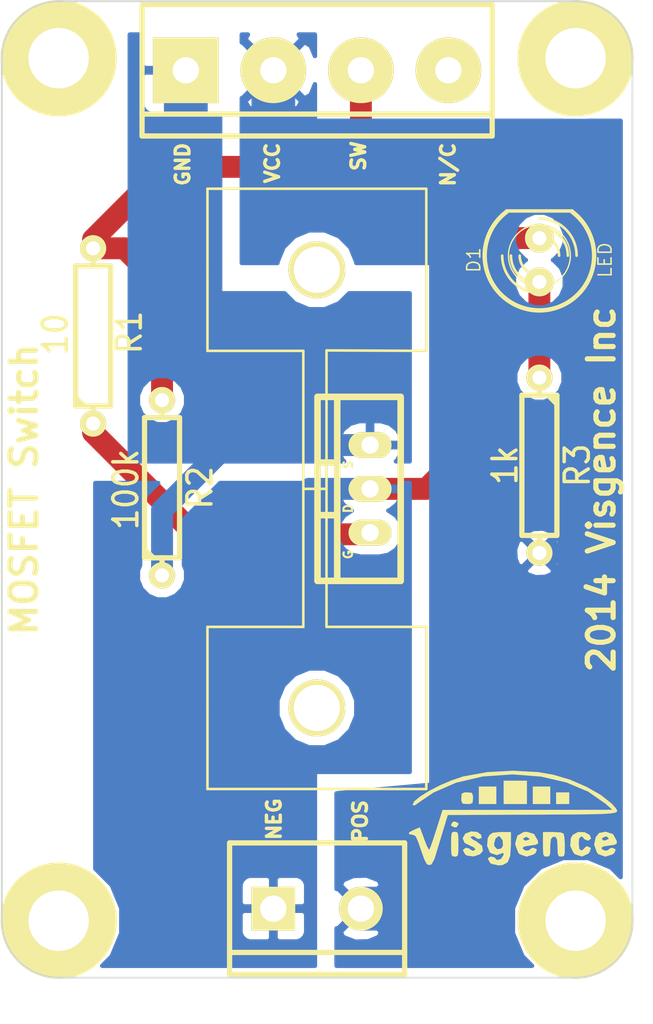
<source format=kicad_pcb>
(kicad_pcb (version 4) (host pcbnew "(2014-08-02 BZR 5044)-product")

  (general
    (links 10)
    (no_connects 0)
    (area 46.37228 41.80746 84.500001 106.000001)
    (thickness 1.6)
    (drawings 16)
    (tracks 37)
    (zones 0)
    (modules 13)
    (nets 8)
  )

  (page A4)
  (layers
    (0 F.Cu signal)
    (31 B.Cu signal)
    (32 B.Adhes user)
    (33 F.Adhes user)
    (34 B.Paste user)
    (35 F.Paste user)
    (36 B.SilkS user)
    (37 F.SilkS user)
    (38 B.Mask user)
    (39 F.Mask user)
    (40 Dwgs.User user)
    (41 Cmts.User user)
    (42 Eco1.User user)
    (43 Eco2.User user)
    (44 Edge.Cuts user)
    (45 Margin user)
    (46 B.CrtYd user)
    (47 F.CrtYd user)
    (48 B.Fab user)
    (49 F.Fab user)
  )

  (setup
    (last_trace_width 1.27)
    (user_trace_width 1.27)
    (user_trace_width 2.54)
    (trace_clearance 0.254)
    (zone_clearance 0.508)
    (zone_45_only no)
    (trace_min 0.254)
    (segment_width 0.2)
    (edge_width 0.1)
    (via_size 0.889)
    (via_drill 0.635)
    (via_min_size 0.889)
    (via_min_drill 0.508)
    (uvia_size 0.508)
    (uvia_drill 0.127)
    (uvias_allowed no)
    (uvia_min_size 0.508)
    (uvia_min_drill 0.127)
    (pcb_text_width 0.3)
    (pcb_text_size 1.5 1.5)
    (mod_edge_width 0.15)
    (mod_text_size 1 1)
    (mod_text_width 0.15)
    (pad_size 1.5 1.5)
    (pad_drill 0.6)
    (pad_to_mask_clearance 0)
    (aux_axis_origin 0 0)
    (visible_elements 7FFFFF7F)
    (pcbplotparams
      (layerselection 0x010e0_80000001)
      (usegerberextensions true)
      (excludeedgelayer false)
      (linewidth 0.100000)
      (plotframeref false)
      (viasonmask false)
      (mode 1)
      (useauxorigin false)
      (hpglpennumber 1)
      (hpglpenspeed 20)
      (hpglpendiameter 15)
      (hpglpenoverlay 2)
      (psnegative false)
      (psa4output false)
      (plotreference true)
      (plotvalue true)
      (plotinvisibletext false)
      (padsonsilk false)
      (subtractmaskfromsilk true)
      (outputformat 1)
      (mirror false)
      (drillshape 0)
      (scaleselection 1)
      (outputdirectory gerber))
  )

  (net 0 "")
  (net 1 GND)
  (net 2 VCC)
  (net 3 "Net-(P1-Pad4)")
  (net 4 "Net-(Q1-PadG)")
  (net 5 "Net-(D1-Pad1)")
  (net 6 "Net-(D1-Pad2)")
  (net 7 "Net-(P1-Pad3)")

  (net_class Default "This is the default net class."
    (clearance 0.254)
    (trace_width 1.27)
    (via_dia 0.889)
    (via_drill 0.635)
    (uvia_dia 0.508)
    (uvia_drill 0.127)
    (add_net GND)
    (add_net "Net-(D1-Pad1)")
    (add_net "Net-(D1-Pad2)")
    (add_net "Net-(P1-Pad3)")
    (add_net "Net-(P1-Pad4)")
    (add_net "Net-(Q1-PadG)")
    (add_net VCC)
  )

  (module Connect:bornier4 (layer F.Cu) (tedit 53EED71F) (tstamp 53EECE79)
    (at 65 50.7)
    (descr "Bornier d'alimentation 4 pins")
    (tags DEV)
    (path /53EECD12)
    (fp_text reference P1 (at 0 -6.35) (layer F.SilkS) hide
      (effects (font (size 2.6162 1.59766) (thickness 0.3048)))
    )
    (fp_text value CONN_4 (at 0 5.08) (layer F.SilkS) hide
      (effects (font (thickness 0.3048)))
    )
    (fp_line (start -10.16 -3.81) (end -10.16 3.81) (layer F.SilkS) (width 0.3048))
    (fp_line (start 10.16 3.81) (end 10.16 -3.81) (layer F.SilkS) (width 0.3048))
    (fp_line (start 10.16 2.54) (end -10.16 2.54) (layer F.SilkS) (width 0.3048))
    (fp_line (start -10.16 -3.81) (end 10.16 -3.81) (layer F.SilkS) (width 0.3048))
    (fp_line (start -10.16 3.81) (end 10.16 3.81) (layer F.SilkS) (width 0.3048))
    (pad 2 thru_hole circle (at -2.54 0) (size 3.81 3.81) (drill 1.524) (layers *.Cu *.Mask F.SilkS)
      (net 2 VCC))
    (pad 3 thru_hole circle (at 2.54 0) (size 3.81 3.81) (drill 1.524) (layers *.Cu *.Mask F.SilkS)
      (net 7 "Net-(P1-Pad3)"))
    (pad 1 thru_hole rect (at -7.62 0) (size 3.81 3.81) (drill 1.524) (layers *.Cu *.Mask F.SilkS)
      (net 1 GND))
    (pad 4 thru_hole circle (at 7.62 0) (size 3.81 3.81) (drill 1.524) (layers *.Cu *.Mask F.SilkS)
      (net 3 "Net-(P1-Pad4)"))
    (model Device/bornier_4.wrl
      (at (xyz 0 0 0))
      (scale (xyz 1 1 1))
      (rotate (xyz 0 0 0))
    )
  )

  (module Transistors_TO-220:TO-220_FET-GDS_Vertical (layer F.Cu) (tedit 53EED74F) (tstamp 53EECE8D)
    (at 68.072 74.9665 90)
    (descr "TO-220, FET-GDS, Vertical,")
    (tags "TO-220, FET-GDS, Vertical,")
    (path /53EECCD0)
    (fp_text reference Q1 (at 0 -5.08 90) (layer F.SilkS) hide
      (effects (font (thickness 0.3048)))
    )
    (fp_text value MOSFET_N (at 0 3.81 90) (layer F.SilkS) hide
      (effects (font (thickness 0.3048)))
    )
    (fp_text user S (at 1.397 -1.27 90) (layer F.SilkS)
      (effects (font (size 0.50038 0.50038) (thickness 0.12446)))
    )
    (fp_text user D (at -1.143 -1.27 90) (layer F.SilkS)
      (effects (font (size 0.50038 0.50038) (thickness 0.12446)))
    )
    (fp_text user G (at -3.81 -1.27 90) (layer F.SilkS)
      (effects (font (size 0.50038 0.50038) (thickness 0.12446)))
    )
    (fp_line (start -1.524 -3.048) (end -1.524 -1.905) (layer F.SilkS) (width 0.381))
    (fp_line (start 1.524 -3.048) (end 1.524 -1.905) (layer F.SilkS) (width 0.381))
    (fp_line (start 5.334 -1.905) (end 5.334 1.778) (layer F.SilkS) (width 0.381))
    (fp_line (start 5.334 1.778) (end -5.334 1.778) (layer F.SilkS) (width 0.381))
    (fp_line (start -5.334 1.778) (end -5.334 -1.905) (layer F.SilkS) (width 0.381))
    (fp_line (start 5.334 -3.048) (end 5.334 -1.905) (layer F.SilkS) (width 0.381))
    (fp_line (start 5.334 -1.905) (end -5.334 -1.905) (layer F.SilkS) (width 0.381))
    (fp_line (start -5.334 -1.905) (end -5.334 -3.048) (layer F.SilkS) (width 0.381))
    (fp_line (start 0 -3.048) (end -5.334 -3.048) (layer F.SilkS) (width 0.381))
    (fp_line (start 0 -3.048) (end 5.334 -3.048) (layer F.SilkS) (width 0.381))
    (pad D thru_hole oval (at 0 0 180) (size 2.49936 1.50114) (drill 1.00076) (layers *.Cu *.Mask F.SilkS)
      (net 6 "Net-(D1-Pad2)"))
    (pad G thru_hole oval (at -2.54 0 180) (size 2.49936 1.50114) (drill 1.00076) (layers *.Cu *.Mask F.SilkS)
      (net 4 "Net-(Q1-PadG)"))
    (pad S thru_hole oval (at 2.54 0 180) (size 2.49936 1.50114) (drill 1.00076) (layers *.Cu *.Mask F.SilkS)
      (net 1 GND))
    (model Transistor_TO-220_Wings3d_RevB_03Sep2012/TO220-vert_RevB_Faktor03937_03Sep2012.wrl
      (at (xyz 0 0 0))
      (scale (xyz 0.3937000036239624 0.3937000036239624 0.3937000036239624))
      (rotate (xyz 0 0 0))
    )
  )

  (module visgence_parts:1pin_C (layer F.Cu) (tedit 531FE69D) (tstamp 53EED27A)
    (at 50 50)
    (descr "module 1 pin (ou trou mecanique de percage)")
    (tags DEV)
    (path 1pin)
    (fp_text reference h? (at 0 -3.048) (layer F.SilkS) hide
      (effects (font (size 1.016 1.016) (thickness 0.254)))
    )
    (fp_text value pin (at 0 2.794) (layer F.SilkS) hide
      (effects (font (size 1.016 1.016) (thickness 0.254)))
    )
    (fp_circle (center 0 0) (end 3.175 0.2286) (layer F.SilkS) (width 0.381))
    (pad 1 thru_hole circle (at 0 0) (size 6 6) (drill 3.5) (layers *.Cu *.Mask F.SilkS))
  )

  (module visgence_parts:1pin_C (layer F.Cu) (tedit 531FE69D) (tstamp 53EED285)
    (at 80 50)
    (descr "module 1 pin (ou trou mecanique de percage)")
    (tags DEV)
    (path 1pin)
    (fp_text reference h? (at 0 -3.048) (layer F.SilkS) hide
      (effects (font (size 1.016 1.016) (thickness 0.254)))
    )
    (fp_text value pin (at 0 2.794) (layer F.SilkS) hide
      (effects (font (size 1.016 1.016) (thickness 0.254)))
    )
    (fp_circle (center 0 0) (end 3.175 0.2286) (layer F.SilkS) (width 0.381))
    (pad 1 thru_hole circle (at 0 0) (size 6 6) (drill 3.5) (layers *.Cu *.Mask F.SilkS))
  )

  (module visgence_parts:1pin_C (layer F.Cu) (tedit 531FE69D) (tstamp 53EED290)
    (at 50 100)
    (descr "module 1 pin (ou trou mecanique de percage)")
    (tags DEV)
    (path 1pin)
    (fp_text reference h? (at 0 -3.048) (layer F.SilkS) hide
      (effects (font (size 1.016 1.016) (thickness 0.254)))
    )
    (fp_text value pin (at 0 2.794) (layer F.SilkS) hide
      (effects (font (size 1.016 1.016) (thickness 0.254)))
    )
    (fp_circle (center 0 0) (end 3.175 0.2286) (layer F.SilkS) (width 0.381))
    (pad 1 thru_hole circle (at 0 0) (size 6 6) (drill 3.5) (layers *.Cu *.Mask F.SilkS))
  )

  (module visgence_parts:1pin_C (layer F.Cu) (tedit 531FE69D) (tstamp 53EED29B)
    (at 80 100)
    (descr "module 1 pin (ou trou mecanique de percage)")
    (tags DEV)
    (path 1pin)
    (fp_text reference h? (at 0 -3.048) (layer F.SilkS) hide
      (effects (font (size 1.016 1.016) (thickness 0.254)))
    )
    (fp_text value pin (at 0 2.794) (layer F.SilkS) hide
      (effects (font (size 1.016 1.016) (thickness 0.254)))
    )
    (fp_circle (center 0 0) (end 3.175 0.2286) (layer F.SilkS) (width 0.381))
    (pad 1 thru_hole circle (at 0 0) (size 6 6) (drill 3.5) (layers *.Cu *.Mask F.SilkS))
  )

  (module visgence_parts:EV-T220 (layer F.Cu) (tedit 53EEDC85) (tstamp 53EED5A3)
    (at 64.1985 74.9665 270)
    (fp_text reference EV-T220 (at 0.0762 -2.6924 270) (layer F.SilkS) hide
      (effects (font (size 1 1) (thickness 0.15)))
    )
    (fp_text value VAL** (at 0.3048 1.397 270) (layer F.SilkS) hide
      (effects (font (size 1 1) (thickness 0.15)))
    )
    (fp_line (start 0 0) (end 0 -1.3462) (layer F.SilkS) (width 0.15))
    (fp_line (start -12.7 5.5626) (end -17.399 5.5626) (layer F.SilkS) (width 0.15))
    (fp_line (start -17.399 5.5626) (end -17.399 -7.1374) (layer F.SilkS) (width 0.15))
    (fp_line (start -17.399 -7.1374) (end -12.7 -7.1374) (layer F.SilkS) (width 0.15))
    (fp_line (start 12.7 5.5626) (end 17.399 5.5626) (layer F.SilkS) (width 0.15))
    (fp_line (start 17.399 5.5626) (end 17.399 -7.1374) (layer F.SilkS) (width 0.15))
    (fp_line (start 17.399 -7.1374) (end 12.7 -7.1374) (layer F.SilkS) (width 0.15))
    (fp_line (start 12.7 -7.1374) (end 8.001 -7.1374) (layer F.SilkS) (width 0.15))
    (fp_line (start 8.001 -7.1374) (end 8.001 -1.3462) (layer F.SilkS) (width 0.15))
    (fp_line (start -12.7 -7.1374) (end -8.001 -7.1374) (layer F.SilkS) (width 0.15))
    (fp_line (start -8.001 -7.1374) (end -8.0264 -1.3462) (layer F.SilkS) (width 0.15))
    (fp_line (start -8.0264 -1.3462) (end 8.001 -1.3462) (layer F.SilkS) (width 0.15))
    (fp_line (start 12.7 5.5626) (end 8.001 5.5626) (layer F.SilkS) (width 0.15))
    (fp_line (start 8.001 5.5626) (end 8.001 0) (layer F.SilkS) (width 0.15))
    (fp_line (start -12.7 5.5626) (end -8.001 5.5626) (layer F.SilkS) (width 0.15))
    (fp_line (start -8.001 5.5626) (end -8.001 0) (layer F.SilkS) (width 0.15))
    (fp_line (start 0 0) (end -8.001 0) (layer F.SilkS) (width 0.15))
    (fp_line (start 0 0) (end 8.001 0) (layer F.SilkS) (width 0.15))
    (pad "" thru_hole circle (at -12.7 -0.7874 270) (size 3.302 3.302) (drill 2.667) (layers *.Cu *.Mask F.SilkS))
    (pad "" thru_hole circle (at 12.7 -0.7874 270) (size 3.302 3.302) (drill 2.667) (layers *.Cu *.Mask F.SilkS))
  )

  (module LEDs:LED-5MM (layer F.Cu) (tedit 53EED5B3) (tstamp 53EED71C)
    (at 77.9 61.7 90)
    (descr "LED 5mm - Lead pitch 100mil (2,54mm)")
    (tags "LED led 5mm 5MM 100mil 2,54mm")
    (path /53EED762)
    (fp_text reference D1 (at 0 -3.81 90) (layer F.SilkS)
      (effects (font (size 0.762 0.762) (thickness 0.0889)))
    )
    (fp_text value LED (at 0 3.81 90) (layer F.SilkS)
      (effects (font (size 0.762 0.762) (thickness 0.0889)))
    )
    (fp_line (start 2.8448 1.905) (end 2.8448 -1.905) (layer F.SilkS) (width 0.2032))
    (fp_circle (center 0.254 0) (end -1.016 1.27) (layer F.SilkS) (width 0.0762))
    (fp_arc (start 0.254 0) (end 2.794 1.905) (angle 286.2) (layer F.SilkS) (width 0.254))
    (fp_arc (start 0.254 0) (end -0.889 0) (angle 90) (layer F.SilkS) (width 0.1524))
    (fp_arc (start 0.254 0) (end 1.397 0) (angle 90) (layer F.SilkS) (width 0.1524))
    (fp_arc (start 0.254 0) (end -1.397 0) (angle 90) (layer F.SilkS) (width 0.1524))
    (fp_arc (start 0.254 0) (end 1.905 0) (angle 90) (layer F.SilkS) (width 0.1524))
    (fp_arc (start 0.254 0) (end -1.905 0) (angle 90) (layer F.SilkS) (width 0.1524))
    (fp_arc (start 0.254 0) (end 2.413 0) (angle 90) (layer F.SilkS) (width 0.1524))
    (pad 1 thru_hole circle (at -1.27 0 90) (size 1.6764 1.6764) (drill 0.8128) (layers *.Cu *.Mask F.SilkS)
      (net 5 "Net-(D1-Pad1)"))
    (pad 2 thru_hole circle (at 1.27 0 90) (size 1.6764 1.6764) (drill 0.8128) (layers *.Cu *.Mask F.SilkS)
      (net 6 "Net-(D1-Pad2)"))
    (model discret/leds/led5_vertical_verde.wrl
      (at (xyz 0 0 0))
      (scale (xyz 1 1 1))
      (rotate (xyz 0 0 0))
    )
  )

  (module Connect:bornier2 (layer F.Cu) (tedit 53EED68B) (tstamp 53EED727)
    (at 65 99.3)
    (descr "Bornier d'alimentation 2 pins")
    (tags DEV)
    (path /53EED56C)
    (fp_text reference P2 (at 0 -5.08) (layer F.SilkS) hide
      (effects (font (thickness 0.3048)))
    )
    (fp_text value CONN_2 (at 0 5.08) (layer F.SilkS) hide
      (effects (font (thickness 0.3048)))
    )
    (fp_line (start 5.08 2.54) (end -5.08 2.54) (layer F.SilkS) (width 0.3048))
    (fp_line (start 5.08 3.81) (end 5.08 -3.81) (layer F.SilkS) (width 0.3048))
    (fp_line (start 5.08 -3.81) (end -5.08 -3.81) (layer F.SilkS) (width 0.3048))
    (fp_line (start -5.08 -3.81) (end -5.08 3.81) (layer F.SilkS) (width 0.3048))
    (fp_line (start -5.08 3.81) (end 5.08 3.81) (layer F.SilkS) (width 0.3048))
    (pad 1 thru_hole rect (at -2.54 0) (size 2.54 2.54) (drill 1.524) (layers *.Cu *.Mask F.SilkS)
      (net 6 "Net-(D1-Pad2)"))
    (pad 2 thru_hole circle (at 2.54 0) (size 2.54 2.54) (drill 1.524) (layers *.Cu *.Mask F.SilkS)
      (net 2 VCC))
    (model Device/bornier_2.wrl
      (at (xyz 0 0 0))
      (scale (xyz 1 1 1))
      (rotate (xyz 0 0 0))
    )
  )

  (module Discret:R4 (layer F.Cu) (tedit 53EED6B1) (tstamp 53EED735)
    (at 52 66.1 90)
    (descr "Resitance 4 pas")
    (tags R)
    (path /53EED2A7)
    (autoplace_cost180 10)
    (fp_text reference R1 (at 0.2 2.1 90) (layer F.SilkS)
      (effects (font (size 1.397 1.27) (thickness 0.2032)))
    )
    (fp_text value 10 (at 0.1 -2.2 90) (layer F.SilkS)
      (effects (font (size 1.397 1.27) (thickness 0.2032)))
    )
    (fp_line (start -5.08 0) (end -4.064 0) (layer F.SilkS) (width 0.3048))
    (fp_line (start -4.064 0) (end -4.064 -1.016) (layer F.SilkS) (width 0.3048))
    (fp_line (start -4.064 -1.016) (end 4.064 -1.016) (layer F.SilkS) (width 0.3048))
    (fp_line (start 4.064 -1.016) (end 4.064 1.016) (layer F.SilkS) (width 0.3048))
    (fp_line (start 4.064 1.016) (end -4.064 1.016) (layer F.SilkS) (width 0.3048))
    (fp_line (start -4.064 1.016) (end -4.064 0) (layer F.SilkS) (width 0.3048))
    (fp_line (start -4.064 -0.508) (end -3.556 -1.016) (layer F.SilkS) (width 0.3048))
    (fp_line (start 5.08 0) (end 4.064 0) (layer F.SilkS) (width 0.3048))
    (pad 1 thru_hole circle (at -5.08 0 90) (size 1.524 1.524) (drill 0.8128) (layers *.Cu *.Mask F.SilkS)
      (net 4 "Net-(Q1-PadG)"))
    (pad 2 thru_hole circle (at 5.08 0 90) (size 1.524 1.524) (drill 0.8128) (layers *.Cu *.Mask F.SilkS)
      (net 7 "Net-(P1-Pad3)"))
    (model discret/resistor.wrl
      (at (xyz 0 0 0))
      (scale (xyz 0.4000000059604645 0.4000000059604645 0.4000000059604645))
      (rotate (xyz 0 0 0))
    )
  )

  (module Discret:R4 (layer F.Cu) (tedit 53EED6A9) (tstamp 53EED743)
    (at 56 74.9 90)
    (descr "Resitance 4 pas")
    (tags R)
    (path /53EED486)
    (autoplace_cost180 10)
    (fp_text reference R2 (at 0 2.2 90) (layer F.SilkS)
      (effects (font (size 1.397 1.27) (thickness 0.2032)))
    )
    (fp_text value 100k (at -0.1 -2.1 90) (layer F.SilkS)
      (effects (font (size 1.397 1.27) (thickness 0.2032)))
    )
    (fp_line (start -5.08 0) (end -4.064 0) (layer F.SilkS) (width 0.3048))
    (fp_line (start -4.064 0) (end -4.064 -1.016) (layer F.SilkS) (width 0.3048))
    (fp_line (start -4.064 -1.016) (end 4.064 -1.016) (layer F.SilkS) (width 0.3048))
    (fp_line (start 4.064 -1.016) (end 4.064 1.016) (layer F.SilkS) (width 0.3048))
    (fp_line (start 4.064 1.016) (end -4.064 1.016) (layer F.SilkS) (width 0.3048))
    (fp_line (start -4.064 1.016) (end -4.064 0) (layer F.SilkS) (width 0.3048))
    (fp_line (start -4.064 -0.508) (end -3.556 -1.016) (layer F.SilkS) (width 0.3048))
    (fp_line (start 5.08 0) (end 4.064 0) (layer F.SilkS) (width 0.3048))
    (pad 1 thru_hole circle (at -5.08 0 90) (size 1.524 1.524) (drill 0.8128) (layers *.Cu *.Mask F.SilkS)
      (net 1 GND))
    (pad 2 thru_hole circle (at 5.08 0 90) (size 1.524 1.524) (drill 0.8128) (layers *.Cu *.Mask F.SilkS)
      (net 7 "Net-(P1-Pad3)"))
    (model discret/resistor.wrl
      (at (xyz 0 0 0))
      (scale (xyz 0.4000000059604645 0.4000000059604645 0.4000000059604645))
      (rotate (xyz 0 0 0))
    )
  )

  (module Discret:R4 (layer F.Cu) (tedit 53EED730) (tstamp 53EED751)
    (at 77.9 73.6 270)
    (descr "Resitance 4 pas")
    (tags R)
    (path /53EED6C2)
    (autoplace_cost180 10)
    (fp_text reference R3 (at 0 -2.2 270) (layer F.SilkS)
      (effects (font (size 1.397 1.27) (thickness 0.2032)))
    )
    (fp_text value 1k (at 0 2 270) (layer F.SilkS)
      (effects (font (size 1.397 1.27) (thickness 0.2032)))
    )
    (fp_line (start -5.08 0) (end -4.064 0) (layer F.SilkS) (width 0.3048))
    (fp_line (start -4.064 0) (end -4.064 -1.016) (layer F.SilkS) (width 0.3048))
    (fp_line (start -4.064 -1.016) (end 4.064 -1.016) (layer F.SilkS) (width 0.3048))
    (fp_line (start 4.064 -1.016) (end 4.064 1.016) (layer F.SilkS) (width 0.3048))
    (fp_line (start 4.064 1.016) (end -4.064 1.016) (layer F.SilkS) (width 0.3048))
    (fp_line (start -4.064 1.016) (end -4.064 0) (layer F.SilkS) (width 0.3048))
    (fp_line (start -4.064 -0.508) (end -3.556 -1.016) (layer F.SilkS) (width 0.3048))
    (fp_line (start 5.08 0) (end 4.064 0) (layer F.SilkS) (width 0.3048))
    (pad 1 thru_hole circle (at -5.08 0 270) (size 1.524 1.524) (drill 0.8128) (layers *.Cu *.Mask F.SilkS)
      (net 5 "Net-(D1-Pad1)"))
    (pad 2 thru_hole circle (at 5.08 0 270) (size 1.524 1.524) (drill 0.8128) (layers *.Cu *.Mask F.SilkS)
      (net 2 VCC))
    (model discret/resistor.wrl
      (at (xyz 0 0 0))
      (scale (xyz 0.4000000059604645 0.4000000059604645 0.4000000059604645))
      (rotate (xyz 0 0 0))
    )
  )

  (module visgence_parts:LOGO (layer F.Cu) (tedit 516D6A74) (tstamp 53EEDF2F)
    (at 76.5 94)
    (fp_text reference G*** (at 0 3.63982) (layer F.SilkS) hide
      (effects (font (thickness 0.3048)))
    )
    (fp_text value LOGO (at 0 -3.63982) (layer F.SilkS) hide
      (effects (font (thickness 0.3048)))
    )
    (fp_poly (pts (xy -4.96824 2.77622) (xy -4.8514 2.72288) (xy -4.6863 2.41046) (xy -4.59486 2.11328)
      (xy -3.91668 -0.127) (xy 1.0033 -0.14732) (xy 2.46126 -0.15494) (xy 3.60934 -0.16002)
      (xy 4.4831 -0.17272) (xy 5.1181 -0.1905) (xy 5.54482 -0.22098) (xy 5.79628 -0.26416)
      (xy 5.9055 -0.32766) (xy 5.9055 -0.41402) (xy 5.8293 -0.52578) (xy 5.70738 -0.66802)
      (xy 5.59054 -0.79502) (xy 4.9657 -1.28778) (xy 4.13004 -1.76276) (xy 3.18262 -2.1717)
      (xy 2.21488 -2.46126) (xy 1.31826 -2.61366) (xy -0.1397 -2.69494) (xy -1.63068 -2.61366)
      (xy -2.99212 -2.36728) (xy -3.04038 -2.35458) (xy -3.69316 -2.13614) (xy -4.37134 -1.84658)
      (xy -5.0038 -1.52146) (xy -5.5245 -1.19888) (xy -5.86486 -0.91948) (xy -5.9563 -0.71882)
      (xy -5.94614 -0.6985) (xy -5.83184 -0.6858) (xy -5.55752 -0.88138) (xy -4.74726 -1.43002)
      (xy -3.42392 -2.00406) (xy -1.89992 -2.35966) (xy -0.21082 -2.47904) (xy -0.10668 -2.47904)
      (xy 1.4986 -2.35458) (xy 2.96164 -2.01676) (xy 4.2291 -1.48336) (xy 5.25272 -0.76962)
      (xy 5.62864 -0.42926) (xy -4.22148 -0.42164) (xy -4.58216 0.72136) (xy -4.76504 1.28524)
      (xy -4.90982 1.7018) (xy -4.98856 1.88468) (xy -5.01396 1.87706) (xy -5.12826 1.66878)
      (xy -5.28574 1.27) (xy -5.3467 1.09474) (xy -5.48132 0.73406) (xy -5.54482 0.59182)
      (xy -5.6388 0.62738) (xy -5.92328 0.75184) (xy -6.16204 0.88138) (xy -6.16712 0.98044)
      (xy -5.91312 1.0287) (xy -5.77596 1.10744) (xy -5.6261 1.45542) (xy -5.4991 1.82626)
      (xy -5.31368 2.35204) (xy -5.26034 2.4892) (xy -5.12318 2.73558) (xy -4.96824 2.77622)) (layer F.SilkS) (width 0.00254))
    (fp_poly (pts (xy -0.9652 2.794) (xy -0.7366 2.77368) (xy -0.4445 2.6162) (xy -0.29464 2.24536)
      (xy -0.25146 1.60528) (xy -0.25146 0.8636) (xy -0.79502 0.86106) (xy -0.9652 0.8636)
      (xy -1.30302 0.90424) (xy -1.49352 1.0287) (xy -1.6002 1.22174) (xy -1.63576 1.65354)
      (xy -1.4859 2.02438) (xy -1.41478 2.08788) (xy -1.07696 2.1971) (xy -1.0414 2.1844)
      (xy -1.0414 1.85928) (xy -1.21158 1.68402) (xy -1.22682 1.5367) (xy -1.14808 1.23952)
      (xy -0.9779 1.09982) (xy -0.89916 1.12014) (xy -0.73406 1.34112) (xy -0.71374 1.65862)
      (xy -0.8128 1.81356) (xy -1.0414 1.85928) (xy -1.0414 2.1844) (xy -0.77724 2.09804)
      (xy -0.72644 2.05486) (xy -0.67564 2.1336) (xy -0.68326 2.1971) (xy -0.8382 2.4257)
      (xy -1.05918 2.48412) (xy -1.06172 2.48158) (xy -1.18364 2.35966) (xy -1.19888 2.33426)
      (xy -1.39446 2.28346) (xy -1.43764 2.286) (xy -1.6002 2.39014) (xy -1.46812 2.63906)
      (xy -1.39446 2.70002) (xy -0.9652 2.794)) (layer F.SilkS) (width 0.00254))
    (fp_poly (pts (xy -3.51282 2.28346) (xy -3.43154 2.28092) (xy -3.3401 2.2225) (xy -3.30708 2.01676)
      (xy -3.29946 1.56464) (xy -3.302 1.29032) (xy -3.31978 0.98044) (xy -3.38074 0.8636)
      (xy -3.51282 0.84582) (xy -3.5941 0.84836) (xy -3.68554 0.90678) (xy -3.71856 1.11506)
      (xy -3.72364 1.56464) (xy -3.72364 1.83896) (xy -3.70586 2.14884) (xy -3.6449 2.26568)
      (xy -3.51282 2.28346)) (layer F.SilkS) (width 0.00254))
    (fp_poly (pts (xy -2.42316 2.27584) (xy -2.0447 2.14884) (xy -1.8796 1.95072) (xy -1.92532 1.65862)
      (xy -2.26314 1.397) (xy -2.47142 1.29032) (xy -2.6162 1.15062) (xy -2.45364 1.09982)
      (xy -2.41554 1.10236) (xy -2.28346 1.18364) (xy -2.28092 1.20396) (xy -2.11582 1.26746)
      (xy -1.95326 1.19888) (xy -1.9812 1.01854) (xy -2.20726 0.85598) (xy -2.5654 0.82296)
      (xy -2.90322 0.95504) (xy -3.04546 1.21158) (xy -3.04546 1.2446) (xy -2.93878 1.49352)
      (xy -2.58572 1.6637) (xy -2.41046 1.74498) (xy -2.30378 1.8796) (xy -2.44602 1.94564)
      (xy -2.49174 1.9431) (xy -2.62382 1.86182) (xy -2.63906 1.83134) (xy -2.83464 1.77546)
      (xy -2.89306 1.78054) (xy -3.04292 1.90754) (xy -2.91338 2.15138) (xy -2.80416 2.22504)
      (xy -2.42316 2.27584)) (layer F.SilkS) (width 0.00254))
    (fp_poly (pts (xy 0.65532 2.286) (xy 1.0795 2.15392) (xy 1.18364 2.06502) (xy 1.2573 1.86436)
      (xy 1.05664 1.77546) (xy 0.98044 1.78308) (xy 0.84582 1.86182) (xy 0.81788 1.91008)
      (xy 0.63246 1.94056) (xy 0.45974 1.85674) (xy 0.4318 1.76784) (xy 0.54864 1.69164)
      (xy 0.635 1.67894) (xy 0.635 1.35382) (xy 0.5461 1.3462) (xy 0.4445 1.24714)
      (xy 0.44958 1.23444) (xy 0.635 1.14046) (xy 0.65532 1.143) (xy 0.8255 1.24714)
      (xy 0.8255 1.29032) (xy 0.635 1.35382) (xy 0.635 1.67894) (xy 0.92456 1.63576)
      (xy 1.17856 1.6002) (xy 1.32334 1.52654) (xy 1.31064 1.36144) (xy 1.31064 1.36144)
      (xy 1.08712 0.97028) (xy 0.66294 0.84582) (xy 0.49022 0.85852) (xy 0.12446 1.0668)
      (xy 0 1.5113) (xy 0.00508 1.61544) (xy 0.17526 2.06248) (xy 0.26162 2.14884)
      (xy 0.65532 2.286)) (layer F.SilkS) (width 0.00254))
    (fp_poly (pts (xy 2.667 2.28346) (xy 2.7051 2.28346) (xy 2.82448 2.2479) (xy 2.8702 2.07772)
      (xy 2.87528 1.67132) (xy 2.87528 1.59258) (xy 2.85242 1.17602) (xy 2.80924 0.95504)
      (xy 2.63398 0.88392) (xy 2.17678 0.85598) (xy 1.60782 0.86106) (xy 1.60782 1.57226)
      (xy 1.60782 1.83642) (xy 1.6256 2.14884) (xy 1.68656 2.26568) (xy 1.81864 2.28346)
      (xy 1.96342 2.2606) (xy 2.02184 2.11582) (xy 2.032 1.74244) (xy 2.032 1.62052)
      (xy 2.06502 1.27762) (xy 2.16662 1.15062) (xy 2.32664 1.1303) (xy 2.42824 1.30048)
      (xy 2.45364 1.7399) (xy 2.4638 2.11328) (xy 2.51968 2.2606) (xy 2.667 2.28346)) (layer F.SilkS) (width 0.00254))
    (fp_poly (pts (xy 3.86334 2.28092) (xy 4.23164 2.11582) (xy 4.31546 2.0193) (xy 4.38912 1.78562)
      (xy 4.191 1.69164) (xy 4.11988 1.69672) (xy 3.97764 1.82626) (xy 3.9751 1.84912)
      (xy 3.83032 1.9304) (xy 3.71602 1.83642) (xy 3.683 1.52146) (xy 3.7084 1.22682)
      (xy 3.83032 1.11506) (xy 3.85826 1.11252) (xy 3.97764 1.2192) (xy 3.98526 1.26238)
      (xy 4.191 1.35382) (xy 4.25958 1.34874) (xy 4.40182 1.2319) (xy 4.31546 1.02616)
      (xy 4.02082 0.86868) (xy 3.64744 0.85852) (xy 3.33756 1.02108) (xy 3.22326 1.21666)
      (xy 3.19024 1.6637) (xy 3.38074 2.06756) (xy 3.46964 2.14884) (xy 3.86334 2.28092)) (layer F.SilkS) (width 0.00254))
    (fp_poly (pts (xy 5.22732 2.286) (xy 5.6515 2.15392) (xy 5.75564 2.06502) (xy 5.8293 1.86436)
      (xy 5.62864 1.77546) (xy 5.55244 1.78308) (xy 5.41782 1.86182) (xy 5.38988 1.91008)
      (xy 5.20446 1.94056) (xy 5.03174 1.85674) (xy 5.0038 1.76784) (xy 5.12064 1.69164)
      (xy 5.19938 1.68148) (xy 5.19938 1.35382) (xy 5.07238 1.33096) (xy 5.0292 1.21666)
      (xy 5.2324 1.11506) (xy 5.28828 1.10998) (xy 5.41782 1.2192) (xy 5.4102 1.26492)
      (xy 5.19938 1.35382) (xy 5.19938 1.68148) (xy 5.49656 1.63576) (xy 5.75056 1.6002)
      (xy 5.89534 1.52654) (xy 5.88264 1.36144) (xy 5.66928 0.9779) (xy 5.25526 0.84582)
      (xy 5.1943 0.84836) (xy 4.8641 0.9144) (xy 4.66852 1.15824) (xy 4.57708 1.6002)
      (xy 4.74726 2.06248) (xy 4.83362 2.14884) (xy 5.22732 2.286)) (layer F.SilkS) (width 0.00254))
    (fp_poly (pts (xy -3.51282 0.59182) (xy -3.4036 0.57912) (xy -3.29946 0.42164) (xy -3.3147 0.33528)
      (xy -3.51282 0.25146) (xy -3.6195 0.26416) (xy -3.72364 0.42164) (xy -3.71094 0.508)
      (xy -3.51282 0.59182)) (layer F.SilkS) (width 0.00254))
    (fp_poly (pts (xy -2.79146 -0.762) (xy -2.63906 -0.762) (xy -2.4765 -0.83058) (xy -2.45364 -1.09982)
      (xy -2.45618 -1.25476) (xy -2.52476 -1.41478) (xy -2.79146 -1.43764) (xy -2.9464 -1.4351)
      (xy -3.10896 -1.36906) (xy -3.13182 -1.09982) (xy -3.12928 -0.94488) (xy -3.0607 -0.78486)
      (xy -2.79146 -0.762)) (layer F.SilkS) (width 0.00254))
    (fp_poly (pts (xy -1.09982 -0.762) (xy -1.09982 -1.778) (xy -2.11582 -1.778) (xy -2.11582 -0.762)
      (xy -1.09982 -0.762)) (layer F.SilkS) (width 0.00254))
    (fp_poly (pts (xy 0.67564 -0.762) (xy 0.67564 -2.11582) (xy -0.67564 -2.11582) (xy -0.67564 -0.762)
      (xy 0.67564 -0.762)) (layer F.SilkS) (width 0.00254))
    (fp_poly (pts (xy 2.032 -0.762) (xy 2.032 -1.778) (xy 1.016 -1.778) (xy 1.016 -0.762)
      (xy 2.032 -0.762)) (layer F.SilkS) (width 0.00254))
    (fp_poly (pts (xy 3.13182 -0.762) (xy 3.13182 -1.43764) (xy 2.36982 -1.43764) (xy 2.36982 -0.762)
      (xy 3.13182 -0.762)) (layer F.SilkS) (width 0.00254))
  )

  (gr_text "2014 Visgence Inc" (at 81.5 75 90) (layer F.SilkS)
    (effects (font (size 1.5 1.5) (thickness 0.3)))
  )
  (gr_text "MOSFET Switch" (at 48 75 90) (layer F.SilkS)
    (effects (font (size 1.5 1.5) (thickness 0.3)))
  )
  (gr_text POS (at 67.5 92.9 90) (layer F.SilkS)
    (effects (font (size 0.8 0.8) (thickness 0.2)) (justify right))
  )
  (gr_text NEG (at 62.5 92.8 90) (layer F.SilkS)
    (effects (font (size 0.8 0.8) (thickness 0.2)) (justify right))
  )
  (gr_text N/C (at 72.6 54.8 90) (layer F.SilkS)
    (effects (font (size 0.8 0.8) (thickness 0.2)) (justify right))
  )
  (gr_text SW (at 67.4 54.7 90) (layer F.SilkS)
    (effects (font (size 0.8 0.8) (thickness 0.2)) (justify right))
  )
  (gr_text VCC (at 62.4 54.8 90) (layer F.SilkS)
    (effects (font (size 0.8 0.8) (thickness 0.2)) (justify right))
  )
  (gr_text GND (at 57.2 54.8 90) (layer F.SilkS)
    (effects (font (size 0.8 0.8) (thickness 0.2)) (justify right))
  )
  (gr_line (start 80 103.3) (end 50 103.3) (angle 90) (layer Edge.Cuts) (width 0.1))
  (gr_line (start 83.3 50) (end 83.3 100) (angle 90) (layer Edge.Cuts) (width 0.1))
  (gr_line (start 50 46.7) (end 80 46.7) (angle 90) (layer Edge.Cuts) (width 0.1))
  (gr_line (start 46.7 100) (end 46.7 50) (angle 90) (layer Edge.Cuts) (width 0.1))
  (gr_arc (start 50 100) (end 50 103.3) (angle 90) (layer Edge.Cuts) (width 0.1))
  (gr_arc (start 80 100) (end 83.3 100) (angle 90) (layer Edge.Cuts) (width 0.1))
  (gr_arc (start 80 50) (end 80 46.7) (angle 90) (layer Edge.Cuts) (width 0.1))
  (gr_arc (start 50 50) (end 46.7 50) (angle 90) (layer Edge.Cuts) (width 0.1))

  (segment (start 56 79.98) (end 56 76.2) (width 1.27) (layer B.Cu) (net 1))
  (segment (start 56 76.2) (end 61.6 70.6) (width 1.27) (layer B.Cu) (net 1) (tstamp 53EED9D7))
  (segment (start 68.072 72.4265) (end 63.4265 72.4265) (width 1.27) (layer B.Cu) (net 1))
  (segment (start 57.38 66.38) (end 61.6 70.6) (width 2.54) (layer B.Cu) (net 1) (tstamp 53EED9AF))
  (segment (start 61.6 70.6) (end 62.7 71.7) (width 2.54) (layer B.Cu) (net 1) (tstamp 53EED9DA))
  (segment (start 57.38 66.38) (end 57.38 50.7) (width 2.54) (layer B.Cu) (net 1))
  (segment (start 63.4265 72.4265) (end 62.7 71.7) (width 1.27) (layer B.Cu) (net 1) (tstamp 53EED9B2))
  (segment (start 77.9 78.68) (end 81.2 78.68) (width 1.27) (layer B.Cu) (net 2))
  (segment (start 81.2 78.68) (end 81.2 78.6) (width 1.27) (layer B.Cu) (net 2) (tstamp 53EED9C1))
  (segment (start 62.46 50.7) (end 62.46 53.46) (width 2.54) (layer B.Cu) (net 2))
  (segment (start 70.1 99.3) (end 67.54 99.3) (width 2.54) (layer B.Cu) (net 2) (tstamp 53EED9AC))
  (segment (start 81.2 88.2) (end 70.1 99.3) (width 2.54) (layer B.Cu) (net 2) (tstamp 53EED9AB))
  (segment (start 81.2 57.9) (end 81.2 78.6) (width 2.54) (layer B.Cu) (net 2) (tstamp 53EED9AA))
  (segment (start 81.2 78.6) (end 81.2 88.2) (width 2.54) (layer B.Cu) (net 2) (tstamp 53EED9C4))
  (segment (start 81.4 57.7) (end 81.2 57.9) (width 2.54) (layer B.Cu) (net 2) (tstamp 53EED9A9))
  (segment (start 66.7 57.7) (end 81.4 57.7) (width 2.54) (layer B.Cu) (net 2) (tstamp 53EED9A8))
  (segment (start 62.46 53.46) (end 66.7 57.7) (width 2.54) (layer B.Cu) (net 2) (tstamp 53EED9A7))
  (segment (start 52 71.18) (end 52 71.7) (width 1.27) (layer F.Cu) (net 4))
  (segment (start 52 71.7) (end 57.9 77.6) (width 1.27) (layer F.Cu) (net 4) (tstamp 53EED9D2))
  (segment (start 57.9 77.6) (end 67.9785 77.6) (width 1.27) (layer F.Cu) (net 4) (tstamp 53EED9D3))
  (segment (start 67.9785 77.6) (end 68.072 77.5065) (width 1.27) (layer F.Cu) (net 4) (tstamp 53EED9D4))
  (segment (start 77.9 62.97) (end 77.9 68.52) (width 1.27) (layer F.Cu) (net 5))
  (segment (start 68.072 74.9665) (end 64.5335 74.9665) (width 1.27) (layer B.Cu) (net 6))
  (segment (start 64.5335 74.9665) (end 64.5 75) (width 1.27) (layer B.Cu) (net 6) (tstamp 53EEDB31))
  (segment (start 68.072 74.9665) (end 71.3335 74.9665) (width 1.27) (layer F.Cu) (net 6))
  (segment (start 76.27 60.43) (end 77.9 60.43) (width 1.27) (layer F.Cu) (net 6) (tstamp 53EED9BA))
  (segment (start 73.9 62.8) (end 76.27 60.43) (width 1.27) (layer F.Cu) (net 6) (tstamp 53EED9B9))
  (segment (start 73.9 72.4) (end 73.9 62.8) (width 1.27) (layer F.Cu) (net 6) (tstamp 53EED9B8))
  (segment (start 71.3335 74.9665) (end 73.9 72.4) (width 1.27) (layer F.Cu) (net 6) (tstamp 53EED9B7))
  (segment (start 52 61.02) (end 53.82 61.02) (width 1.27) (layer F.Cu) (net 7))
  (segment (start 56 63.2) (end 56 69.82) (width 1.27) (layer F.Cu) (net 7) (tstamp 53EED9CE))
  (segment (start 53.82 61.02) (end 56 63.2) (width 1.27) (layer F.Cu) (net 7) (tstamp 53EED9CD))
  (segment (start 52 61.02) (end 52 60.5) (width 1.27) (layer F.Cu) (net 7))
  (segment (start 52 60.5) (end 56.2 56.3) (width 1.27) (layer F.Cu) (net 7) (tstamp 53EED9C7))
  (segment (start 56.2 56.3) (end 66.4 56.3) (width 1.27) (layer F.Cu) (net 7) (tstamp 53EED9C8))
  (segment (start 66.4 56.3) (end 67.54 55.16) (width 1.27) (layer F.Cu) (net 7) (tstamp 53EED9C9))
  (segment (start 67.54 55.16) (end 67.54 50.7) (width 1.27) (layer F.Cu) (net 7) (tstamp 53EED9CA))

  (zone (net 2) (net_name VCC) (layer B.Cu) (tstamp 53EEDA26) (hatch edge 0.508)
    (connect_pads (clearance 0.508))
    (min_thickness 0.254)
    (fill yes (arc_segments 16) (thermal_gap 0.508) (thermal_bridge_width 0.508))
    (polygon
      (pts
        (xy 84.5 106) (xy 66 106) (xy 66 92.5) (xy 71.5 92) (xy 71.5 62)
        (xy 60.5 62) (xy 60.5 48.5) (xy 65 48.5) (xy 65 53.5) (xy 84.5 53.5)
      )
    )
    (filled_polygon
      (pts
        (xy 82.615 97.474409) (xy 82.061751 96.920194) (xy 80.726218 96.365632) (xy 79.373455 96.364451) (xy 79.373455 62.678248)
        (xy 79.149647 62.136589) (xy 78.735591 61.72181) (xy 78.683608 61.700224) (xy 78.733411 61.679647) (xy 79.14819 61.265591)
        (xy 79.372944 60.724323) (xy 79.373455 60.138248) (xy 79.149647 59.596589) (xy 78.735591 59.18181) (xy 78.194323 58.957056)
        (xy 77.608248 58.956545) (xy 77.066589 59.180353) (xy 76.65181 59.594409) (xy 76.427056 60.135677) (xy 76.426545 60.721752)
        (xy 76.650353 61.263411) (xy 77.064409 61.67819) (xy 77.116391 61.699775) (xy 77.066589 61.720353) (xy 76.65181 62.134409)
        (xy 76.427056 62.675677) (xy 76.426545 63.261752) (xy 76.650353 63.803411) (xy 77.064409 64.21819) (xy 77.605677 64.442944)
        (xy 78.191752 64.443455) (xy 78.733411 64.219647) (xy 79.14819 63.805591) (xy 79.372944 63.264323) (xy 79.373455 62.678248)
        (xy 79.373455 96.364451) (xy 79.309144 96.364395) (xy 79.309144 78.887698) (xy 79.297242 78.649903) (xy 79.297242 68.243339)
        (xy 79.08501 67.729697) (xy 78.69237 67.336371) (xy 78.1791 67.123243) (xy 77.623339 67.122758) (xy 77.109697 67.33499)
        (xy 76.716371 67.72763) (xy 76.503243 68.2409) (xy 76.502758 68.796661) (xy 76.71499 69.310303) (xy 77.10763 69.703629)
        (xy 77.6209 69.916757) (xy 78.176661 69.917242) (xy 78.690303 69.70501) (xy 79.083629 69.31237) (xy 79.296757 68.7991)
        (xy 79.297242 68.243339) (xy 79.297242 78.649903) (xy 79.281362 78.332632) (xy 79.122397 77.948857) (xy 78.880213 77.879392)
        (xy 78.700608 78.058997) (xy 78.700608 77.699787) (xy 78.631143 77.457603) (xy 78.107698 77.270856) (xy 77.552632 77.298638)
        (xy 77.168857 77.457603) (xy 77.099392 77.699787) (xy 77.9 78.500395) (xy 78.700608 77.699787) (xy 78.700608 78.058997)
        (xy 78.079605 78.68) (xy 78.880213 79.480608) (xy 79.122397 79.411143) (xy 79.309144 78.887698) (xy 79.309144 96.364395)
        (xy 79.280126 96.36437) (xy 78.700608 96.603822) (xy 78.700608 79.660213) (xy 77.9 78.859605) (xy 77.720395 79.03921)
        (xy 77.720395 78.68) (xy 76.919787 77.879392) (xy 76.677603 77.948857) (xy 76.490856 78.472302) (xy 76.518638 79.027368)
        (xy 76.677603 79.411143) (xy 76.919787 79.480608) (xy 77.720395 78.68) (xy 77.720395 79.03921) (xy 77.099392 79.660213)
        (xy 77.168857 79.902397) (xy 77.692302 80.089144) (xy 78.247368 80.061362) (xy 78.631143 79.902397) (xy 78.700608 79.660213)
        (xy 78.700608 96.603822) (xy 77.943628 96.9166) (xy 76.920194 97.938249) (xy 76.365632 99.273782) (xy 76.36437 100.719874)
        (xy 76.9166 102.056372) (xy 77.474253 102.615) (xy 69.454261 102.615) (xy 69.454261 99.628964) (xy 69.434436 98.871368)
        (xy 69.182657 98.26352) (xy 68.887777 98.131828) (xy 68.708172 98.311433) (xy 68.708172 97.952223) (xy 68.57648 97.657343)
        (xy 67.868964 97.385739) (xy 67.111368 97.405564) (xy 66.50352 97.657343) (xy 66.371828 97.952223) (xy 67.54 99.120395)
        (xy 68.708172 97.952223) (xy 68.708172 98.311433) (xy 67.719605 99.3) (xy 68.887777 100.468172) (xy 69.182657 100.33648)
        (xy 69.454261 99.628964) (xy 69.454261 102.615) (xy 68.708172 102.615) (xy 68.708172 100.647777) (xy 67.54 99.479605)
        (xy 66.371828 100.647777) (xy 66.50352 100.942657) (xy 67.211036 101.214261) (xy 67.968632 101.194436) (xy 68.57648 100.942657)
        (xy 68.708172 100.647777) (xy 68.708172 102.615) (xy 66.127 102.615) (xy 66.127 100.439043) (xy 66.192223 100.468172)
        (xy 67.360395 99.3) (xy 66.192223 98.131828) (xy 66.127 98.160956) (xy 66.127 92.615978) (xy 71.627 92.115978)
        (xy 71.627 61.873) (xy 67.272244 61.873) (xy 67.272296 61.813781) (xy 66.925006 60.973277) (xy 66.282505 60.329654)
        (xy 65.442608 59.980898) (xy 64.533181 59.980104) (xy 64.086835 60.16453) (xy 64.086835 52.50644) (xy 62.46 50.879605)
        (xy 60.833165 52.50644) (xy 61.042353 52.867289) (xy 61.97965 53.244824) (xy 62.990077 53.234933) (xy 63.877647 52.867289)
        (xy 64.086835 52.50644) (xy 64.086835 60.16453) (xy 63.692677 60.327394) (xy 63.049054 60.969895) (xy 62.700298 61.809792)
        (xy 62.700242 61.873) (xy 60.627 61.873) (xy 60.627 52.311437) (xy 60.65356 52.326835) (xy 62.280395 50.7)
        (xy 60.65356 49.073165) (xy 60.627 49.088562) (xy 60.627 48.627) (xy 60.987692 48.627) (xy 60.833165 48.89356)
        (xy 62.46 50.520395) (xy 64.086835 48.89356) (xy 63.932307 48.627) (xy 64.873 48.627) (xy 64.873 49.875551)
        (xy 64.627289 49.282353) (xy 64.26644 49.073165) (xy 62.639605 50.7) (xy 64.26644 52.326835) (xy 64.627289 52.117647)
        (xy 64.873 51.507626) (xy 64.873 53.627) (xy 79.256037 53.627) (xy 79.273782 53.634368) (xy 80.719874 53.63563)
        (xy 80.74076 53.627) (xy 82.615 53.627) (xy 82.615 97.474409)
      )
    )
  )
  (zone (net 1) (net_name GND) (layer B.Cu) (tstamp 53EEDA6B) (hatch edge 0.508)
    (connect_pads (clearance 0.508))
    (min_thickness 0.254)
    (fill yes (arc_segments 16) (thermal_gap 0.508) (thermal_bridge_width 0.508))
    (polygon
      (pts
        (xy 70.5 73.5) (xy 54 73.5) (xy 54 48.5) (xy 59.5 48.5) (xy 59.5 63.5)
        (xy 70.5 63.5)
      )
    )
    (filled_polygon
      (pts
        (xy 70.373 73.373) (xy 69.570784 73.373) (xy 69.640658 73.316444) (xy 69.89981 72.839403) (xy 69.913993 72.767775)
        (xy 69.913993 72.085225) (xy 69.89981 72.013597) (xy 69.640658 71.536556) (xy 69.218677 71.195001) (xy 68.69811 71.04093)
        (xy 68.199 71.04093) (xy 68.199 72.2995) (xy 69.791339 72.2995) (xy 69.913993 72.085225) (xy 69.913993 72.767775)
        (xy 69.791339 72.5535) (xy 68.199 72.5535) (xy 68.199 72.5735) (xy 67.945 72.5735) (xy 67.945 72.5535)
        (xy 67.945 72.2995) (xy 67.945 71.04093) (xy 67.44589 71.04093) (xy 66.925323 71.195001) (xy 66.503342 71.536556)
        (xy 66.24419 72.013597) (xy 66.230007 72.085225) (xy 66.352661 72.2995) (xy 67.945 72.2995) (xy 67.945 72.5535)
        (xy 66.352661 72.5535) (xy 66.230007 72.767775) (xy 66.24419 72.839403) (xy 66.503342 73.316444) (xy 66.573215 73.373)
        (xy 57.397242 73.373) (xy 57.397242 69.543339) (xy 57.253 69.194245) (xy 57.253 53.08125) (xy 57.253 50.827)
        (xy 54.99875 50.827) (xy 54.84 50.98575) (xy 54.84 52.478691) (xy 54.84 52.73131) (xy 54.936673 52.964699)
        (xy 55.115302 53.143327) (xy 55.348691 53.24) (xy 57.09425 53.24) (xy 57.253 53.08125) (xy 57.253 69.194245)
        (xy 57.18501 69.029697) (xy 56.79237 68.636371) (xy 56.2791 68.423243) (xy 55.723339 68.422758) (xy 55.209697 68.63499)
        (xy 54.816371 69.02763) (xy 54.603243 69.5409) (xy 54.602758 70.096661) (xy 54.81499 70.610303) (xy 55.20763 71.003629)
        (xy 55.7209 71.216757) (xy 56.276661 71.217242) (xy 56.790303 71.00501) (xy 57.183629 70.61237) (xy 57.396757 70.0991)
        (xy 57.397242 69.543339) (xy 57.397242 73.373) (xy 54.127 73.373) (xy 54.127 48.627) (xy 54.857268 48.627)
        (xy 54.84 48.66869) (xy 54.84 48.921309) (xy 54.84 50.41425) (xy 54.99875 50.573) (xy 57.253 50.573)
        (xy 57.253 50.553) (xy 57.507 50.553) (xy 57.507 50.573) (xy 57.527 50.573) (xy 57.527 50.827)
        (xy 57.507 50.827) (xy 57.507 53.08125) (xy 57.66575 53.24) (xy 59.373 53.24) (xy 59.373 63.627)
        (xy 63.113953 63.627) (xy 63.689295 64.203346) (xy 64.529192 64.552102) (xy 65.438619 64.552896) (xy 66.279123 64.205606)
        (xy 66.858739 63.627) (xy 70.373 63.627) (xy 70.373 73.373)
      )
    )
  )
  (zone (net 6) (net_name "Net-(D1-Pad2)") (layer B.Cu) (tstamp 53EEDAB0) (hatch edge 0.508)
    (connect_pads (clearance 0.508))
    (min_thickness 0.254)
    (fill yes (arc_segments 16) (thermal_gap 0.508) (thermal_bridge_width 0.508))
    (polygon
      (pts
        (xy 70.5 91.5) (xy 65 91.5) (xy 65 106) (xy 52 106) (xy 52 74.5)
        (xy 70.5 74.5)
      )
    )
    (filled_polygon
      (pts
        (xy 70.373 91.373) (xy 69.993603 91.373) (xy 69.993603 77.5065) (xy 69.888133 76.976265) (xy 69.587779 76.526754)
        (xy 69.138268 76.2264) (xy 69.128967 76.22455) (xy 69.218677 76.197999) (xy 69.640658 75.856444) (xy 69.89981 75.379403)
        (xy 69.913993 75.307775) (xy 69.791339 75.0935) (xy 68.199 75.0935) (xy 68.199 75.1135) (xy 67.945 75.1135)
        (xy 67.945 75.0935) (xy 66.352661 75.0935) (xy 66.230007 75.307775) (xy 66.24419 75.379403) (xy 66.503342 75.856444)
        (xy 66.925323 76.197999) (xy 67.015032 76.22455) (xy 67.005732 76.2264) (xy 66.556221 76.526754) (xy 66.255867 76.976265)
        (xy 66.150397 77.5065) (xy 66.255867 78.036735) (xy 66.556221 78.486246) (xy 67.005732 78.7866) (xy 67.535967 78.89207)
        (xy 68.608033 78.89207) (xy 69.138268 78.7866) (xy 69.587779 78.486246) (xy 69.888133 78.036735) (xy 69.993603 77.5065)
        (xy 69.993603 91.373) (xy 67.272296 91.373) (xy 67.272296 87.213781) (xy 66.925006 86.373277) (xy 66.282505 85.729654)
        (xy 65.442608 85.380898) (xy 64.533181 85.380104) (xy 63.692677 85.727394) (xy 63.049054 86.369895) (xy 62.700298 87.209792)
        (xy 62.699504 88.119219) (xy 63.046794 88.959723) (xy 63.689295 89.603346) (xy 64.529192 89.952102) (xy 65.438619 89.952896)
        (xy 66.279123 89.605606) (xy 66.922746 88.963105) (xy 67.271502 88.123208) (xy 67.272296 87.213781) (xy 67.272296 91.373)
        (xy 64.873 91.373) (xy 64.873 102.615) (xy 64.365 102.615) (xy 64.365 100.69631) (xy 64.365 100.443691)
        (xy 64.365 99.58575) (xy 64.365 99.01425) (xy 64.365 98.156309) (xy 64.365 97.90369) (xy 64.268327 97.670301)
        (xy 64.089698 97.491673) (xy 63.856309 97.395) (xy 62.74575 97.395) (xy 62.587 97.55375) (xy 62.587 99.173)
        (xy 64.20625 99.173) (xy 64.365 99.01425) (xy 64.365 99.58575) (xy 64.20625 99.427) (xy 62.587 99.427)
        (xy 62.587 101.04625) (xy 62.74575 101.205) (xy 63.856309 101.205) (xy 64.089698 101.108327) (xy 64.268327 100.929699)
        (xy 64.365 100.69631) (xy 64.365 102.615) (xy 62.333 102.615) (xy 62.333 101.04625) (xy 62.333 99.427)
        (xy 62.333 99.173) (xy 62.333 97.55375) (xy 62.17425 97.395) (xy 61.063691 97.395) (xy 60.830302 97.491673)
        (xy 60.651673 97.670301) (xy 60.555 97.90369) (xy 60.555 98.156309) (xy 60.555 99.01425) (xy 60.71375 99.173)
        (xy 62.333 99.173) (xy 62.333 99.427) (xy 60.71375 99.427) (xy 60.555 99.58575) (xy 60.555 100.443691)
        (xy 60.555 100.69631) (xy 60.651673 100.929699) (xy 60.830302 101.108327) (xy 61.063691 101.205) (xy 62.17425 101.205)
        (xy 62.333 101.04625) (xy 62.333 102.615) (xy 52.52559 102.615) (xy 53.079806 102.061751) (xy 53.634368 100.726218)
        (xy 53.63563 99.280126) (xy 53.0834 97.943628) (xy 52.127 96.985557) (xy 52.127 74.627) (xy 55.776948 74.627)
        (xy 55.101974 75.301974) (xy 54.826673 75.713992) (xy 54.729999 76.2) (xy 54.73 76.200005) (xy 54.73 79.395634)
        (xy 54.603243 79.7009) (xy 54.602758 80.256661) (xy 54.81499 80.770303) (xy 55.20763 81.163629) (xy 55.7209 81.376757)
        (xy 56.276661 81.377242) (xy 56.790303 81.16501) (xy 57.183629 80.77237) (xy 57.396757 80.2591) (xy 57.397242 79.703339)
        (xy 57.27 79.395389) (xy 57.27 76.726052) (xy 59.369052 74.627) (xy 66.231023 74.627) (xy 66.352661 74.8395)
        (xy 67.945 74.8395) (xy 67.945 74.8195) (xy 68.199 74.8195) (xy 68.199 74.8395) (xy 69.791339 74.8395)
        (xy 69.912976 74.627) (xy 70.373 74.627) (xy 70.373 91.373)
      )
    )
  )
)

</source>
